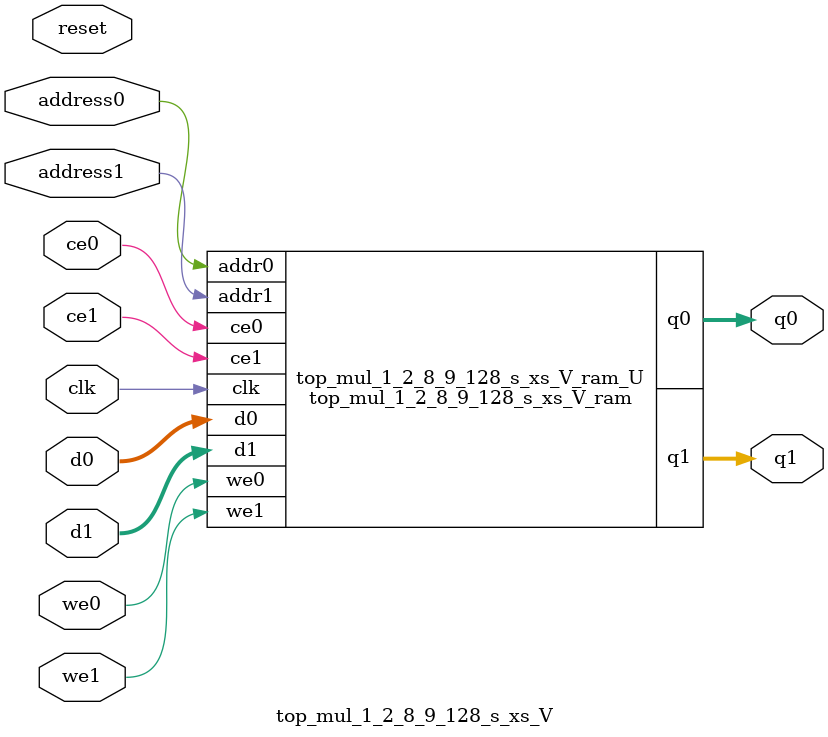
<source format=v>
`timescale 1 ns / 1 ps
module top_mul_1_2_8_9_128_s_xs_V_ram (addr0, ce0, d0, we0, q0, addr1, ce1, d1, we1, q1,  clk);

parameter DWIDTH = 8;
parameter AWIDTH = 1;
parameter MEM_SIZE = 2;

input[AWIDTH-1:0] addr0;
input ce0;
input[DWIDTH-1:0] d0;
input we0;
output reg[DWIDTH-1:0] q0;
input[AWIDTH-1:0] addr1;
input ce1;
input[DWIDTH-1:0] d1;
input we1;
output reg[DWIDTH-1:0] q1;
input clk;

reg [DWIDTH-1:0] ram[0:MEM_SIZE-1];




always @(posedge clk)  
begin 
    if (ce0) begin
        if (we0) 
            ram[addr0] <= d0; 
        q0 <= ram[addr0];
    end
end


always @(posedge clk)  
begin 
    if (ce1) begin
        if (we1) 
            ram[addr1] <= d1; 
        q1 <= ram[addr1];
    end
end


endmodule

`timescale 1 ns / 1 ps
module top_mul_1_2_8_9_128_s_xs_V(
    reset,
    clk,
    address0,
    ce0,
    we0,
    d0,
    q0,
    address1,
    ce1,
    we1,
    d1,
    q1);

parameter DataWidth = 32'd8;
parameter AddressRange = 32'd2;
parameter AddressWidth = 32'd1;
input reset;
input clk;
input[AddressWidth - 1:0] address0;
input ce0;
input we0;
input[DataWidth - 1:0] d0;
output[DataWidth - 1:0] q0;
input[AddressWidth - 1:0] address1;
input ce1;
input we1;
input[DataWidth - 1:0] d1;
output[DataWidth - 1:0] q1;



top_mul_1_2_8_9_128_s_xs_V_ram top_mul_1_2_8_9_128_s_xs_V_ram_U(
    .clk( clk ),
    .addr0( address0 ),
    .ce0( ce0 ),
    .we0( we0 ),
    .d0( d0 ),
    .q0( q0 ),
    .addr1( address1 ),
    .ce1( ce1 ),
    .we1( we1 ),
    .d1( d1 ),
    .q1( q1 ));

endmodule


</source>
